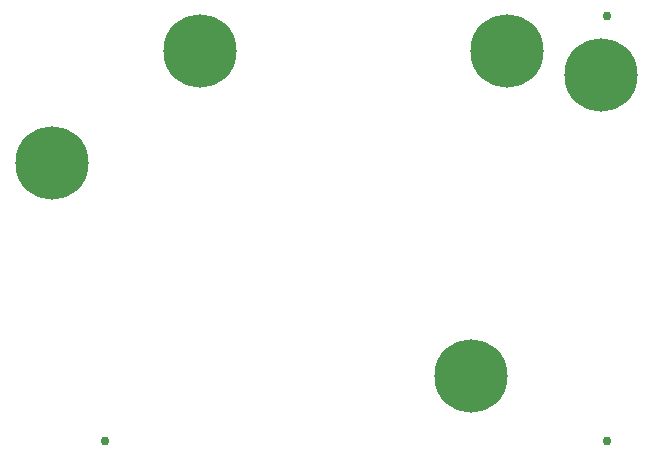
<source format=gbr>
G04 #@! TF.GenerationSoftware,KiCad,Pcbnew,5.1.6+dfsg1-1~bpo10+1*
G04 #@! TF.CreationDate,2021-04-20T21:14:46-04:00*
G04 #@! TF.ProjectId,RUSP_Faceplate,52555350-5f46-4616-9365-706c6174652e,rev?*
G04 #@! TF.SameCoordinates,Original*
G04 #@! TF.FileFunction,Copper,L2,Bot*
G04 #@! TF.FilePolarity,Positive*
%FSLAX46Y46*%
G04 Gerber Fmt 4.6, Leading zero omitted, Abs format (unit mm)*
G04 Created by KiCad (PCBNEW 5.1.6+dfsg1-1~bpo10+1) date 2021-04-20 21:14:46*
%MOMM*%
%LPD*%
G01*
G04 APERTURE LIST*
G04 #@! TA.AperFunction,SMDPad,CuDef*
%ADD10C,0.750000*%
G04 #@! TD*
G04 #@! TA.AperFunction,ComponentPad*
%ADD11C,6.200000*%
G04 #@! TD*
G04 APERTURE END LIST*
D10*
G04 #@! TO.P,FID3,*
G04 #@! TO.N,*
X165292000Y-68680000D03*
G04 #@! TD*
D11*
G04 #@! TO.P,H1,1*
G04 #@! TO.N,N/C*
X130792000Y-71680000D03*
G04 #@! TD*
G04 #@! TO.P,H2,1*
G04 #@! TO.N,N/C*
X118292000Y-81180000D03*
G04 #@! TD*
G04 #@! TO.P,H3,1*
G04 #@! TO.N,N/C*
X153792000Y-99180000D03*
G04 #@! TD*
G04 #@! TO.P,H4,1*
G04 #@! TO.N,N/C*
X164792000Y-73680000D03*
G04 #@! TD*
G04 #@! TO.P,H5,1*
G04 #@! TO.N,N/C*
X156792000Y-71680000D03*
G04 #@! TD*
D10*
G04 #@! TO.P,FID1,*
G04 #@! TO.N,*
X122792000Y-104680000D03*
G04 #@! TD*
G04 #@! TO.P,FID2,*
G04 #@! TO.N,*
X165292000Y-104680000D03*
G04 #@! TD*
M02*

</source>
